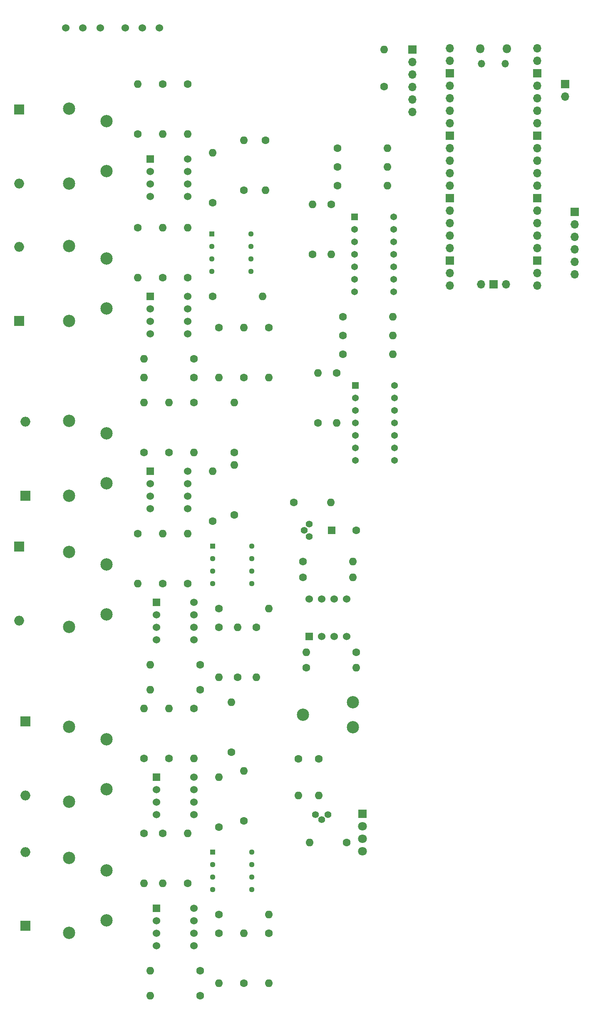
<source format=gbr>
%TF.GenerationSoftware,KiCad,Pcbnew,7.0.10*%
%TF.CreationDate,2024-03-27T11:58:10+00:00*%
%TF.ProjectId,TENG input circuitry and transmitter,54454e47-2069-46e7-9075-742063697263,rev?*%
%TF.SameCoordinates,Original*%
%TF.FileFunction,Soldermask,Bot*%
%TF.FilePolarity,Negative*%
%FSLAX46Y46*%
G04 Gerber Fmt 4.6, Leading zero omitted, Abs format (unit mm)*
G04 Created by KiCad (PCBNEW 7.0.10) date 2024-03-27 11:58:10*
%MOMM*%
%LPD*%
G01*
G04 APERTURE LIST*
G04 Aperture macros list*
%AMRoundRect*
0 Rectangle with rounded corners*
0 $1 Rounding radius*
0 $2 $3 $4 $5 $6 $7 $8 $9 X,Y pos of 4 corners*
0 Add a 4 corners polygon primitive as box body*
4,1,4,$2,$3,$4,$5,$6,$7,$8,$9,$2,$3,0*
0 Add four circle primitives for the rounded corners*
1,1,$1+$1,$2,$3*
1,1,$1+$1,$4,$5*
1,1,$1+$1,$6,$7*
1,1,$1+$1,$8,$9*
0 Add four rect primitives between the rounded corners*
20,1,$1+$1,$2,$3,$4,$5,0*
20,1,$1+$1,$4,$5,$6,$7,0*
20,1,$1+$1,$6,$7,$8,$9,0*
20,1,$1+$1,$8,$9,$2,$3,0*%
G04 Aperture macros list end*
%ADD10C,1.600000*%
%ADD11O,1.600000X1.600000*%
%ADD12R,2.000000X2.000000*%
%ADD13O,2.000000X2.000000*%
%ADD14R,1.524000X1.524000*%
%ADD15C,1.524000*%
%ADD16C,2.500000*%
%ADD17R,1.700000X1.700000*%
%ADD18O,1.700000X1.700000*%
%ADD19R,1.800000X1.800000*%
%ADD20C,1.800000*%
%ADD21R,1.130000X1.130000*%
%ADD22C,1.130000*%
%ADD23C,1.400000*%
%ADD24O,1.800000X1.800000*%
%ADD25O,1.500000X1.500000*%
%ADD26RoundRect,0.102000X-0.585000X-0.585000X0.585000X-0.585000X0.585000X0.585000X-0.585000X0.585000X0*%
%ADD27C,1.374000*%
%ADD28R,1.600000X1.600000*%
G04 APERTURE END LIST*
D10*
%TO.C,R7*%
X78105000Y-158115000D03*
D11*
X78105000Y-168275000D03*
%TD*%
D12*
%TO.C,C2*%
X38735000Y-131325000D03*
D13*
X38735000Y-116325000D03*
%TD*%
D14*
%TO.C,U26*%
X64135000Y-62865000D03*
D15*
X64135000Y-65405000D03*
X64135000Y-67945000D03*
X64135000Y-70485000D03*
X71755000Y-70485000D03*
X71755000Y-67945000D03*
X71755000Y-65405000D03*
X71755000Y-62865000D03*
%TD*%
D10*
%TO.C,R48*%
X66675000Y-86995000D03*
D11*
X66675000Y-76835000D03*
%TD*%
D10*
%TO.C,R49*%
X61595000Y-76835000D03*
D11*
X61595000Y-86995000D03*
%TD*%
D10*
%TO.C,R25*%
X83185000Y-230505000D03*
D11*
X83185000Y-220345000D03*
%TD*%
D10*
%TO.C,R22*%
X62865000Y-200025000D03*
D11*
X62865000Y-210185000D03*
%TD*%
D10*
%TO.C,R36*%
X78105000Y-198755000D03*
D11*
X78105000Y-188595000D03*
%TD*%
D16*
%TO.C,Sw2*%
X55245000Y-93245000D03*
X55245000Y-83085000D03*
X47625000Y-95785000D03*
X47625000Y-80545000D03*
%TD*%
D17*
%TO.C,J1*%
X148590000Y-47620000D03*
D18*
X148590000Y-50160000D03*
%TD*%
D10*
%TO.C,R4*%
X61595000Y-139065000D03*
D11*
X61595000Y-149225000D03*
%TD*%
D12*
%TO.C,C1*%
X37465000Y-141725000D03*
D13*
X37465000Y-156725000D03*
%TD*%
D16*
%TO.C,Pot1*%
X95250000Y-175895000D03*
X105410000Y-178435000D03*
X105410000Y-173355000D03*
%TD*%
D10*
%TO.C,R63*%
X103345000Y-98742500D03*
D11*
X113505000Y-98742500D03*
%TD*%
D14*
%TO.C,U2*%
X64135000Y-126365000D03*
D15*
X64135000Y-128905000D03*
X64135000Y-131445000D03*
X64135000Y-133985000D03*
X71755000Y-133985000D03*
X71755000Y-131445000D03*
X71755000Y-128905000D03*
X71755000Y-126365000D03*
%TD*%
D10*
%TO.C,R54*%
X102075000Y-106362500D03*
D11*
X102075000Y-116522500D03*
%TD*%
D14*
%TO.C,U5*%
X96520000Y-160020000D03*
D15*
X99060000Y-160020000D03*
X101600000Y-160020000D03*
X104140000Y-160020000D03*
X104140000Y-152400000D03*
X101600000Y-152400000D03*
X99060000Y-152400000D03*
X96520000Y-152400000D03*
%TD*%
D14*
%TO.C,U4*%
X65405000Y-188595000D03*
D15*
X65405000Y-191135000D03*
X65405000Y-193675000D03*
X65405000Y-196215000D03*
X73025000Y-196215000D03*
X73025000Y-193675000D03*
X73025000Y-191135000D03*
X73025000Y-188595000D03*
%TD*%
D10*
%TO.C,R3*%
X78105000Y-154305000D03*
D11*
X88265000Y-154305000D03*
%TD*%
D10*
%TO.C,R18*%
X71755000Y-210185000D03*
D11*
X71755000Y-200025000D03*
%TD*%
D10*
%TO.C,R56*%
X95250000Y-144780000D03*
D11*
X105410000Y-144780000D03*
%TD*%
D10*
%TO.C,R57*%
X95250000Y-147955000D03*
D11*
X105410000Y-147955000D03*
%TD*%
D10*
%TO.C,R8*%
X81915000Y-168275000D03*
D11*
X81915000Y-158115000D03*
%TD*%
D10*
%TO.C,R27*%
X74295000Y-233045000D03*
D11*
X64135000Y-233045000D03*
%TD*%
D17*
%TO.C,J7*%
X150495000Y-73660000D03*
D18*
X150495000Y-76200000D03*
X150495000Y-78740000D03*
X150495000Y-81280000D03*
X150495000Y-83820000D03*
X150495000Y-86360000D03*
%TD*%
D15*
%TO.C,TB2*%
X46975000Y-36195000D03*
X50475000Y-36195000D03*
X53975000Y-36195000D03*
%TD*%
%TO.C,TB1*%
X59040000Y-36195000D03*
X62540000Y-36195000D03*
X66040000Y-36195000D03*
%TD*%
D14*
%TO.C,U25*%
X64135000Y-90805000D03*
D15*
X64135000Y-93345000D03*
X64135000Y-95885000D03*
X64135000Y-98425000D03*
X71755000Y-98425000D03*
X71755000Y-95885000D03*
X71755000Y-93345000D03*
X71755000Y-90805000D03*
%TD*%
D10*
%TO.C,R62*%
X102235000Y-64452500D03*
D11*
X112395000Y-64452500D03*
%TD*%
D10*
%TO.C,R16*%
X81280000Y-122555000D03*
D11*
X81280000Y-112395000D03*
%TD*%
D10*
%TO.C,R12*%
X67945000Y-122555000D03*
D11*
X67945000Y-112395000D03*
%TD*%
D14*
%TO.C,U3*%
X65405000Y-215265000D03*
D15*
X65405000Y-217805000D03*
X65405000Y-220345000D03*
X65405000Y-222885000D03*
X73025000Y-222885000D03*
X73025000Y-220345000D03*
X73025000Y-217805000D03*
X73025000Y-215265000D03*
%TD*%
D12*
%TO.C,C6*%
X37465000Y-52825000D03*
D13*
X37465000Y-67825000D03*
%TD*%
D12*
%TO.C,C3*%
X38735000Y-218835000D03*
D13*
X38735000Y-203835000D03*
%TD*%
D10*
%TO.C,R19*%
X83185000Y-107315000D03*
D11*
X83185000Y-97155000D03*
%TD*%
D10*
%TO.C,R17*%
X76835000Y-136525000D03*
D11*
X76835000Y-126365000D03*
%TD*%
D14*
%TO.C,U1*%
X65405000Y-153035000D03*
D15*
X65405000Y-155575000D03*
X65405000Y-158115000D03*
X65405000Y-160655000D03*
X73025000Y-160655000D03*
X73025000Y-158115000D03*
X73025000Y-155575000D03*
X73025000Y-153035000D03*
%TD*%
D16*
%TO.C,Sw5*%
X55245000Y-217705000D03*
X55245000Y-207545000D03*
X47625000Y-220245000D03*
X47625000Y-205005000D03*
%TD*%
D10*
%TO.C,R52*%
X100965000Y-72072500D03*
D11*
X100965000Y-82232500D03*
%TD*%
D10*
%TO.C,R15*%
X81280000Y-135255000D03*
D11*
X81280000Y-125095000D03*
%TD*%
D19*
%TO.C,J2*%
X107315000Y-196040000D03*
D20*
X107315000Y-198580000D03*
X107315000Y-201120000D03*
X107315000Y-203660000D03*
%TD*%
D10*
%TO.C,C9*%
X98425000Y-184845000D03*
D11*
X98425000Y-192345000D03*
%TD*%
D10*
%TO.C,R14*%
X73025000Y-112395000D03*
D11*
X73025000Y-122555000D03*
%TD*%
D10*
%TO.C,R13*%
X88265000Y-97155000D03*
D11*
X88265000Y-107315000D03*
%TD*%
D10*
%TO.C,R51*%
X95885000Y-166370000D03*
D11*
X106045000Y-166370000D03*
%TD*%
D21*
%TO.C,IC3*%
X76835000Y-203835000D03*
D22*
X76835000Y-206375000D03*
X76835000Y-208915000D03*
X76835000Y-211455000D03*
X84775000Y-211455000D03*
X84775000Y-208915000D03*
X84775000Y-206375000D03*
X84775000Y-203835000D03*
%TD*%
D10*
%TO.C,R11*%
X85725000Y-158115000D03*
D11*
X85725000Y-168275000D03*
%TD*%
D10*
%TO.C,C10*%
X94275000Y-184845000D03*
D11*
X94275000Y-192345000D03*
%TD*%
D10*
%TO.C,R24*%
X78105000Y-220345000D03*
D11*
X78105000Y-230505000D03*
%TD*%
D10*
%TO.C,R5*%
X74295000Y-165735000D03*
D11*
X64135000Y-165735000D03*
%TD*%
D10*
%TO.C,R23*%
X74295000Y-227965000D03*
D11*
X64135000Y-227965000D03*
%TD*%
D10*
%TO.C,R65*%
X103345000Y-102552500D03*
D11*
X113505000Y-102552500D03*
%TD*%
D23*
%TO.C,U17*%
X96520000Y-139700000D03*
X95520000Y-138430000D03*
X96520000Y-137160000D03*
%TD*%
D10*
%TO.C,R20*%
X66675000Y-200025000D03*
D11*
X66675000Y-210185000D03*
%TD*%
D12*
%TO.C,C4*%
X38735000Y-177285000D03*
D13*
X38735000Y-192285000D03*
%TD*%
D10*
%TO.C,R55*%
X98265000Y-116522500D03*
D11*
X98265000Y-106362500D03*
%TD*%
D21*
%TO.C,IC1*%
X76675000Y-78105000D03*
D22*
X76675000Y-80645000D03*
X76675000Y-83185000D03*
X76675000Y-85725000D03*
X84615000Y-85725000D03*
X84615000Y-83185000D03*
X84615000Y-80645000D03*
X84615000Y-78105000D03*
%TD*%
D10*
%TO.C,R29*%
X88265000Y-220345000D03*
D11*
X88265000Y-230505000D03*
%TD*%
D10*
%TO.C,R2*%
X66675000Y-149225000D03*
D11*
X66675000Y-139065000D03*
%TD*%
D10*
%TO.C,R81*%
X76835000Y-71755000D03*
D11*
X76835000Y-61595000D03*
%TD*%
D24*
%TO.C,U21*%
X131260000Y-40452500D03*
D25*
X131560000Y-43482500D03*
X136410000Y-43482500D03*
D24*
X136710000Y-40452500D03*
D18*
X125095000Y-40322500D03*
X125095000Y-42862500D03*
D17*
X125095000Y-45402500D03*
D18*
X125095000Y-47942500D03*
X125095000Y-50482500D03*
X125095000Y-53022500D03*
X125095000Y-55562500D03*
D17*
X125095000Y-58102500D03*
D18*
X125095000Y-60642500D03*
X125095000Y-63182500D03*
X125095000Y-65722500D03*
X125095000Y-68262500D03*
D17*
X125095000Y-70802500D03*
D18*
X125095000Y-73342500D03*
X125095000Y-75882500D03*
X125095000Y-78422500D03*
X125095000Y-80962500D03*
D17*
X125095000Y-83502500D03*
D18*
X125095000Y-86042500D03*
X125095000Y-88582500D03*
X142875000Y-88582500D03*
X142875000Y-86042500D03*
D17*
X142875000Y-83502500D03*
D18*
X142875000Y-80962500D03*
X142875000Y-78422500D03*
X142875000Y-75882500D03*
X142875000Y-73342500D03*
D17*
X142875000Y-70802500D03*
D18*
X142875000Y-68262500D03*
X142875000Y-65722500D03*
X142875000Y-63182500D03*
X142875000Y-60642500D03*
D17*
X142875000Y-58102500D03*
D18*
X142875000Y-55562500D03*
X142875000Y-53022500D03*
X142875000Y-50482500D03*
X142875000Y-47942500D03*
D17*
X142875000Y-45402500D03*
D18*
X142875000Y-42862500D03*
X142875000Y-40322500D03*
X131445000Y-88352500D03*
D17*
X133985000Y-88352500D03*
D18*
X136525000Y-88352500D03*
%TD*%
D10*
%TO.C,R60*%
X102235000Y-60642500D03*
D11*
X112395000Y-60642500D03*
%TD*%
D12*
%TO.C,C5*%
X37465000Y-95765000D03*
D13*
X37465000Y-80765000D03*
%TD*%
D21*
%TO.C,IC2*%
X76835000Y-141605000D03*
D22*
X76835000Y-144145000D03*
X76835000Y-146685000D03*
X76835000Y-149225000D03*
X84775000Y-149225000D03*
X84775000Y-146685000D03*
X84775000Y-144145000D03*
X84775000Y-141605000D03*
%TD*%
D10*
%TO.C,R80*%
X87645000Y-59055000D03*
D11*
X87645000Y-69215000D03*
%TD*%
D10*
%TO.C,R53*%
X97155000Y-82232500D03*
D11*
X97155000Y-72072500D03*
%TD*%
D16*
%TO.C,Sw4*%
X55245000Y-128805000D03*
X55245000Y-118645000D03*
X47625000Y-131345000D03*
X47625000Y-116105000D03*
%TD*%
D10*
%TO.C,R32*%
X73025000Y-174625000D03*
D11*
X73025000Y-184785000D03*
%TD*%
D10*
%TO.C,R26*%
X62865000Y-184785000D03*
D11*
X62865000Y-174625000D03*
%TD*%
D10*
%TO.C,C7*%
X104080000Y-201930000D03*
D11*
X96580000Y-201930000D03*
%TD*%
D16*
%TO.C,Sw1*%
X55245000Y-65305000D03*
X55245000Y-55145000D03*
X47625000Y-67845000D03*
X47625000Y-52605000D03*
%TD*%
D10*
%TO.C,R6*%
X76835000Y-90805000D03*
D11*
X86995000Y-90805000D03*
%TD*%
D10*
%TO.C,R28*%
X78105000Y-97155000D03*
D11*
X78105000Y-107315000D03*
%TD*%
D10*
%TO.C,R79*%
X83185000Y-69215000D03*
D11*
X83185000Y-59055000D03*
%TD*%
D10*
%TO.C,R30*%
X73025000Y-103505000D03*
D11*
X62865000Y-103505000D03*
%TD*%
D23*
%TO.C,U16*%
X100330000Y-196215000D03*
X99060000Y-197215000D03*
X97790000Y-196215000D03*
%TD*%
D16*
%TO.C,Sw6*%
X55245000Y-191035000D03*
X55245000Y-180875000D03*
X47625000Y-193575000D03*
X47625000Y-178335000D03*
%TD*%
D10*
%TO.C,C11*%
X93405000Y-132715000D03*
D11*
X100905000Y-132715000D03*
%TD*%
D10*
%TO.C,R64*%
X102235000Y-68262500D03*
D11*
X112395000Y-68262500D03*
%TD*%
D10*
%TO.C,R77*%
X66675000Y-47625000D03*
D11*
X66675000Y-57785000D03*
%TD*%
D26*
%TO.C,U19*%
X105885000Y-108902500D03*
D27*
X105885000Y-111442500D03*
X105885000Y-113982500D03*
X105885000Y-116522500D03*
X105885000Y-119062500D03*
X105885000Y-121602500D03*
X105885000Y-124142500D03*
X113825000Y-124142500D03*
X113825000Y-121602500D03*
X113825000Y-119062500D03*
X113825000Y-116522500D03*
X113825000Y-113982500D03*
X113825000Y-111442500D03*
X113825000Y-108902500D03*
%TD*%
D10*
%TO.C,R47*%
X71755000Y-86995000D03*
D11*
X71755000Y-76835000D03*
%TD*%
D10*
%TO.C,R10*%
X74295000Y-170815000D03*
D11*
X64135000Y-170815000D03*
%TD*%
D16*
%TO.C,Sw3*%
X55245000Y-155475000D03*
X55245000Y-145315000D03*
X47625000Y-158015000D03*
X47625000Y-142775000D03*
%TD*%
D10*
%TO.C,R78*%
X71755000Y-47625000D03*
D11*
X71755000Y-57785000D03*
%TD*%
D10*
%TO.C,R34*%
X83185000Y-197485000D03*
D11*
X83185000Y-187325000D03*
%TD*%
D10*
%TO.C,C12*%
X111760000Y-48140000D03*
D11*
X111760000Y-40640000D03*
%TD*%
D26*
%TO.C,U18*%
X105725000Y-74612500D03*
D27*
X105725000Y-77152500D03*
X105725000Y-79692500D03*
X105725000Y-82232500D03*
X105725000Y-84772500D03*
X105725000Y-87312500D03*
X105725000Y-89852500D03*
X113665000Y-89852500D03*
X113665000Y-87312500D03*
X113665000Y-84772500D03*
X113665000Y-82232500D03*
X113665000Y-79692500D03*
X113665000Y-77152500D03*
X113665000Y-74612500D03*
%TD*%
D10*
%TO.C,R35*%
X80645000Y-183515000D03*
D11*
X80645000Y-173355000D03*
%TD*%
D28*
%TO.C,C8*%
X101102349Y-138430000D03*
D10*
X106102349Y-138430000D03*
%TD*%
%TO.C,R50*%
X106045000Y-163195000D03*
D11*
X95885000Y-163195000D03*
%TD*%
D10*
%TO.C,R76*%
X61595000Y-57785000D03*
D11*
X61595000Y-47625000D03*
%TD*%
D10*
%TO.C,R61*%
X103345000Y-94932500D03*
D11*
X113505000Y-94932500D03*
%TD*%
D17*
%TO.C,J6*%
X117475000Y-40640000D03*
D18*
X117475000Y-43180000D03*
X117475000Y-45720000D03*
X117475000Y-48260000D03*
X117475000Y-50800000D03*
X117475000Y-53340000D03*
%TD*%
D10*
%TO.C,R1*%
X71755000Y-149225000D03*
D11*
X71755000Y-139065000D03*
%TD*%
D10*
%TO.C,R21*%
X78105000Y-216535000D03*
D11*
X88265000Y-216535000D03*
%TD*%
D10*
%TO.C,R31*%
X67945000Y-184785000D03*
D11*
X67945000Y-174625000D03*
%TD*%
D10*
%TO.C,R9*%
X62865000Y-122555000D03*
D11*
X62865000Y-112395000D03*
%TD*%
D10*
%TO.C,R33*%
X73025000Y-107315000D03*
D11*
X62865000Y-107315000D03*
%TD*%
M02*

</source>
